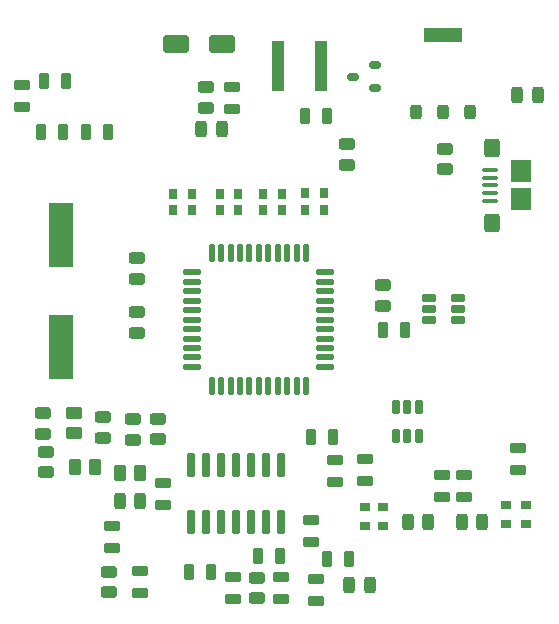
<source format=gtp>
G04*
G04 #@! TF.GenerationSoftware,Altium Limited,Altium Designer,18.1.5 (160)*
G04*
G04 Layer_Color=8421504*
%FSLAX25Y25*%
%MOIN*%
G70*
G01*
G75*
G04:AMPARAMS|DCode=14|XSize=39.76mil|YSize=24.02mil|CornerRadius=5.88mil|HoleSize=0mil|Usage=FLASHONLY|Rotation=0.000|XOffset=0mil|YOffset=0mil|HoleType=Round|Shape=RoundedRectangle|*
%AMROUNDEDRECTD14*
21,1,0.03976,0.01225,0,0,0.0*
21,1,0.02800,0.02402,0,0,0.0*
1,1,0.01177,0.01400,-0.00612*
1,1,0.01177,-0.01400,-0.00612*
1,1,0.01177,-0.01400,0.00612*
1,1,0.01177,0.01400,0.00612*
%
%ADD14ROUNDEDRECTD14*%
G04:AMPARAMS|DCode=15|XSize=49.61mil|YSize=129.92mil|CornerRadius=9.92mil|HoleSize=0mil|Usage=FLASHONLY|Rotation=90.000|XOffset=0mil|YOffset=0mil|HoleType=Round|Shape=RoundedRectangle|*
%AMROUNDEDRECTD15*
21,1,0.04961,0.11008,0,0,90.0*
21,1,0.02976,0.12992,0,0,90.0*
1,1,0.01984,0.05504,0.01488*
1,1,0.01984,0.05504,-0.01488*
1,1,0.01984,-0.05504,-0.01488*
1,1,0.01984,-0.05504,0.01488*
%
%ADD15ROUNDEDRECTD15*%
G04:AMPARAMS|DCode=16|XSize=49.61mil|YSize=38.98mil|CornerRadius=9.94mil|HoleSize=0mil|Usage=FLASHONLY|Rotation=270.000|XOffset=0mil|YOffset=0mil|HoleType=Round|Shape=RoundedRectangle|*
%AMROUNDEDRECTD16*
21,1,0.04961,0.01910,0,0,270.0*
21,1,0.02973,0.03898,0,0,270.0*
1,1,0.01988,-0.00955,-0.01486*
1,1,0.01988,-0.00955,0.01486*
1,1,0.01988,0.00955,0.01486*
1,1,0.01988,0.00955,-0.01486*
%
%ADD16ROUNDEDRECTD16*%
G04:AMPARAMS|DCode=17|XSize=39.37mil|YSize=54.33mil|CornerRadius=9.84mil|HoleSize=0mil|Usage=FLASHONLY|Rotation=180.000|XOffset=0mil|YOffset=0mil|HoleType=Round|Shape=RoundedRectangle|*
%AMROUNDEDRECTD17*
21,1,0.03937,0.03465,0,0,180.0*
21,1,0.01968,0.05433,0,0,180.0*
1,1,0.01968,-0.00984,0.01732*
1,1,0.01968,0.00984,0.01732*
1,1,0.01968,0.00984,-0.01732*
1,1,0.01968,-0.00984,-0.01732*
%
%ADD17ROUNDEDRECTD17*%
%ADD18R,0.07087X0.07480*%
G04:AMPARAMS|DCode=19|XSize=62.99mil|YSize=55.12mil|CornerRadius=13.78mil|HoleSize=0mil|Usage=FLASHONLY|Rotation=90.000|XOffset=0mil|YOffset=0mil|HoleType=Round|Shape=RoundedRectangle|*
%AMROUNDEDRECTD19*
21,1,0.06299,0.02756,0,0,90.0*
21,1,0.03543,0.05512,0,0,90.0*
1,1,0.02756,0.01378,0.01772*
1,1,0.02756,0.01378,-0.01772*
1,1,0.02756,-0.01378,-0.01772*
1,1,0.02756,-0.01378,0.01772*
%
%ADD19ROUNDEDRECTD19*%
%ADD20O,0.05315X0.01575*%
G04:AMPARAMS|DCode=21|XSize=39.37mil|YSize=54.33mil|CornerRadius=9.84mil|HoleSize=0mil|Usage=FLASHONLY|Rotation=90.000|XOffset=0mil|YOffset=0mil|HoleType=Round|Shape=RoundedRectangle|*
%AMROUNDEDRECTD21*
21,1,0.03937,0.03465,0,0,90.0*
21,1,0.01968,0.05433,0,0,90.0*
1,1,0.01968,0.01732,0.00984*
1,1,0.01968,0.01732,-0.00984*
1,1,0.01968,-0.01732,-0.00984*
1,1,0.01968,-0.01732,0.00984*
%
%ADD21ROUNDEDRECTD21*%
G04:AMPARAMS|DCode=22|XSize=34.25mil|YSize=54.33mil|CornerRadius=8.73mil|HoleSize=0mil|Usage=FLASHONLY|Rotation=180.000|XOffset=0mil|YOffset=0mil|HoleType=Round|Shape=RoundedRectangle|*
%AMROUNDEDRECTD22*
21,1,0.03425,0.03686,0,0,180.0*
21,1,0.01678,0.05433,0,0,180.0*
1,1,0.01747,-0.00839,0.01843*
1,1,0.01747,0.00839,0.01843*
1,1,0.01747,0.00839,-0.01843*
1,1,0.01747,-0.00839,-0.01843*
%
%ADD22ROUNDEDRECTD22*%
G04:AMPARAMS|DCode=23|XSize=34.25mil|YSize=54.33mil|CornerRadius=8.73mil|HoleSize=0mil|Usage=FLASHONLY|Rotation=90.000|XOffset=0mil|YOffset=0mil|HoleType=Round|Shape=RoundedRectangle|*
%AMROUNDEDRECTD23*
21,1,0.03425,0.03686,0,0,90.0*
21,1,0.01678,0.05433,0,0,90.0*
1,1,0.01747,0.01843,0.00839*
1,1,0.01747,0.01843,-0.00839*
1,1,0.01747,-0.01843,-0.00839*
1,1,0.01747,-0.01843,0.00839*
%
%ADD23ROUNDEDRECTD23*%
G04:AMPARAMS|DCode=24|XSize=35.83mil|YSize=54.33mil|CornerRadius=9.14mil|HoleSize=0mil|Usage=FLASHONLY|Rotation=90.000|XOffset=0mil|YOffset=0mil|HoleType=Round|Shape=RoundedRectangle|*
%AMROUNDEDRECTD24*
21,1,0.03583,0.03606,0,0,90.0*
21,1,0.01756,0.05433,0,0,90.0*
1,1,0.01827,0.01803,0.00878*
1,1,0.01827,0.01803,-0.00878*
1,1,0.01827,-0.01803,-0.00878*
1,1,0.01827,-0.01803,0.00878*
%
%ADD24ROUNDEDRECTD24*%
G04:AMPARAMS|DCode=25|XSize=40.55mil|YSize=55.91mil|CornerRadius=9.94mil|HoleSize=0mil|Usage=FLASHONLY|Rotation=90.000|XOffset=0mil|YOffset=0mil|HoleType=Round|Shape=RoundedRectangle|*
%AMROUNDEDRECTD25*
21,1,0.04055,0.03604,0,0,90.0*
21,1,0.02068,0.05591,0,0,90.0*
1,1,0.01987,0.01802,0.01034*
1,1,0.01987,0.01802,-0.01034*
1,1,0.01987,-0.01802,-0.01034*
1,1,0.01987,-0.01802,0.01034*
%
%ADD25ROUNDEDRECTD25*%
G04:AMPARAMS|DCode=26|XSize=29.13mil|YSize=36.61mil|CornerRadius=7.43mil|HoleSize=0mil|Usage=FLASHONLY|Rotation=270.000|XOffset=0mil|YOffset=0mil|HoleType=Round|Shape=RoundedRectangle|*
%AMROUNDEDRECTD26*
21,1,0.02913,0.02176,0,0,270.0*
21,1,0.01428,0.03661,0,0,270.0*
1,1,0.01486,-0.01088,-0.00714*
1,1,0.01486,-0.01088,0.00714*
1,1,0.01486,0.01088,0.00714*
1,1,0.01486,0.01088,-0.00714*
%
%ADD26ROUNDEDRECTD26*%
G04:AMPARAMS|DCode=27|XSize=81.5mil|YSize=25.98mil|CornerRadius=6.76mil|HoleSize=0mil|Usage=FLASHONLY|Rotation=90.000|XOffset=0mil|YOffset=0mil|HoleType=Round|Shape=RoundedRectangle|*
%AMROUNDEDRECTD27*
21,1,0.08150,0.01247,0,0,90.0*
21,1,0.06798,0.02598,0,0,90.0*
1,1,0.01351,0.00624,0.03399*
1,1,0.01351,0.00624,-0.03399*
1,1,0.01351,-0.00624,-0.03399*
1,1,0.01351,-0.00624,0.03399*
%
%ADD27ROUNDEDRECTD27*%
G04:AMPARAMS|DCode=28|XSize=85.83mil|YSize=59.45mil|CornerRadius=9.81mil|HoleSize=0mil|Usage=FLASHONLY|Rotation=0.000|XOffset=0mil|YOffset=0mil|HoleType=Round|Shape=RoundedRectangle|*
%AMROUNDEDRECTD28*
21,1,0.08583,0.03983,0,0,0.0*
21,1,0.06621,0.05945,0,0,0.0*
1,1,0.01962,0.03310,-0.01991*
1,1,0.01962,-0.03310,-0.01991*
1,1,0.01962,-0.03310,0.01991*
1,1,0.01962,0.03310,0.01991*
%
%ADD28ROUNDEDRECTD28*%
G04:AMPARAMS|DCode=29|XSize=48.82mil|YSize=24.02mil|CornerRadius=5.88mil|HoleSize=0mil|Usage=FLASHONLY|Rotation=270.000|XOffset=0mil|YOffset=0mil|HoleType=Round|Shape=RoundedRectangle|*
%AMROUNDEDRECTD29*
21,1,0.04882,0.01225,0,0,270.0*
21,1,0.03705,0.02402,0,0,270.0*
1,1,0.01177,-0.00612,-0.01853*
1,1,0.01177,-0.00612,0.01853*
1,1,0.01177,0.00612,0.01853*
1,1,0.01177,0.00612,-0.01853*
%
%ADD29ROUNDEDRECTD29*%
%ADD30R,0.03937X0.16929*%
%ADD31R,0.07874X0.21654*%
G04:AMPARAMS|DCode=32|XSize=40.55mil|YSize=55.91mil|CornerRadius=9.94mil|HoleSize=0mil|Usage=FLASHONLY|Rotation=0.000|XOffset=0mil|YOffset=0mil|HoleType=Round|Shape=RoundedRectangle|*
%AMROUNDEDRECTD32*
21,1,0.04055,0.03604,0,0,0.0*
21,1,0.02068,0.05591,0,0,0.0*
1,1,0.01987,0.01034,-0.01802*
1,1,0.01987,-0.01034,-0.01802*
1,1,0.01987,-0.01034,0.01802*
1,1,0.01987,0.01034,0.01802*
%
%ADD32ROUNDEDRECTD32*%
G04:AMPARAMS|DCode=33|XSize=59.06mil|YSize=22.44mil|CornerRadius=5.5mil|HoleSize=0mil|Usage=FLASHONLY|Rotation=180.000|XOffset=0mil|YOffset=0mil|HoleType=Round|Shape=RoundedRectangle|*
%AMROUNDEDRECTD33*
21,1,0.05906,0.01145,0,0,180.0*
21,1,0.04806,0.02244,0,0,180.0*
1,1,0.01100,-0.02403,0.00572*
1,1,0.01100,0.02403,0.00572*
1,1,0.01100,0.02403,-0.00572*
1,1,0.01100,-0.02403,-0.00572*
%
%ADD33ROUNDEDRECTD33*%
G04:AMPARAMS|DCode=34|XSize=59.06mil|YSize=22.44mil|CornerRadius=5.5mil|HoleSize=0mil|Usage=FLASHONLY|Rotation=90.000|XOffset=0mil|YOffset=0mil|HoleType=Round|Shape=RoundedRectangle|*
%AMROUNDEDRECTD34*
21,1,0.05906,0.01145,0,0,90.0*
21,1,0.04806,0.02244,0,0,90.0*
1,1,0.01100,0.00572,0.02403*
1,1,0.01100,0.00572,-0.02403*
1,1,0.01100,-0.00572,-0.02403*
1,1,0.01100,-0.00572,0.02403*
%
%ADD34ROUNDEDRECTD34*%
G04:AMPARAMS|DCode=35|XSize=48.82mil|YSize=24.02mil|CornerRadius=5.88mil|HoleSize=0mil|Usage=FLASHONLY|Rotation=180.000|XOffset=0mil|YOffset=0mil|HoleType=Round|Shape=RoundedRectangle|*
%AMROUNDEDRECTD35*
21,1,0.04882,0.01225,0,0,180.0*
21,1,0.03705,0.02402,0,0,180.0*
1,1,0.01177,-0.01853,0.00612*
1,1,0.01177,0.01853,0.00612*
1,1,0.01177,0.01853,-0.00612*
1,1,0.01177,-0.01853,-0.00612*
%
%ADD35ROUNDEDRECTD35*%
G04:AMPARAMS|DCode=36|XSize=29.13mil|YSize=36.61mil|CornerRadius=7.43mil|HoleSize=0mil|Usage=FLASHONLY|Rotation=0.000|XOffset=0mil|YOffset=0mil|HoleType=Round|Shape=RoundedRectangle|*
%AMROUNDEDRECTD36*
21,1,0.02913,0.02176,0,0,0.0*
21,1,0.01428,0.03661,0,0,0.0*
1,1,0.01486,0.00714,-0.01088*
1,1,0.01486,-0.00714,-0.01088*
1,1,0.01486,-0.00714,0.01088*
1,1,0.01486,0.00714,0.01088*
%
%ADD36ROUNDEDRECTD36*%
D14*
X626260Y477260D02*
D03*
Y484740D02*
D03*
X618740Y481000D02*
D03*
D15*
X649000Y494874D02*
D03*
D16*
X658016Y469126D02*
D03*
X649000D02*
D03*
X639984D02*
D03*
D17*
X673595Y475000D02*
D03*
X680406D02*
D03*
X661905Y332500D02*
D03*
X655094D02*
D03*
X541094Y339500D02*
D03*
X547905D02*
D03*
X568347Y463500D02*
D03*
X575157D02*
D03*
X643905Y332453D02*
D03*
X637094D02*
D03*
X624405Y311500D02*
D03*
X617594D02*
D03*
D18*
X675000Y449500D02*
D03*
Y440051D02*
D03*
D19*
X665354Y457374D02*
D03*
Y432177D02*
D03*
D20*
X664468Y444776D02*
D03*
Y442216D02*
D03*
Y439657D02*
D03*
Y449894D02*
D03*
Y447335D02*
D03*
D21*
X649661Y456906D02*
D03*
Y450095D02*
D03*
X617000Y458405D02*
D03*
Y451594D02*
D03*
X629000Y411406D02*
D03*
Y404595D02*
D03*
X587000Y307095D02*
D03*
Y313906D02*
D03*
X570000Y470595D02*
D03*
Y477406D02*
D03*
X516500Y355906D02*
D03*
Y349095D02*
D03*
X554000Y360169D02*
D03*
Y366980D02*
D03*
X535500Y360595D02*
D03*
Y367406D02*
D03*
X545500Y360020D02*
D03*
Y366831D02*
D03*
X515500Y368831D02*
D03*
Y362020D02*
D03*
X537500Y315905D02*
D03*
Y309095D02*
D03*
X546888Y420405D02*
D03*
Y413594D02*
D03*
Y402406D02*
D03*
Y395595D02*
D03*
D22*
X602945Y468000D02*
D03*
X610268D02*
D03*
X514839Y462500D02*
D03*
X522161D02*
D03*
X529839D02*
D03*
X537161D02*
D03*
X515839Y479500D02*
D03*
X523161D02*
D03*
X571661Y316000D02*
D03*
X564339D02*
D03*
X594661Y321066D02*
D03*
X587339D02*
D03*
X604839Y361000D02*
D03*
X612161D02*
D03*
X617661Y320114D02*
D03*
X610339D02*
D03*
X628839Y396500D02*
D03*
X636161D02*
D03*
D23*
X578500Y477661D02*
D03*
Y470339D02*
D03*
X555500Y338339D02*
D03*
Y345661D02*
D03*
X538500Y331193D02*
D03*
Y323870D02*
D03*
X547905Y316161D02*
D03*
Y308839D02*
D03*
X579000Y306839D02*
D03*
Y314161D02*
D03*
X595000D02*
D03*
Y306839D02*
D03*
X605000Y333161D02*
D03*
Y325839D02*
D03*
X606500Y313661D02*
D03*
Y306339D02*
D03*
X613000Y345839D02*
D03*
Y353161D02*
D03*
X622925Y346177D02*
D03*
Y353500D02*
D03*
X656000Y340839D02*
D03*
Y348161D02*
D03*
X648685Y340839D02*
D03*
Y348161D02*
D03*
X674000Y357161D02*
D03*
Y349839D02*
D03*
D24*
X508500Y478083D02*
D03*
Y470917D02*
D03*
D25*
X526000Y368945D02*
D03*
Y362095D02*
D03*
D26*
X670000Y331870D02*
D03*
Y338130D02*
D03*
X676500D02*
D03*
Y331870D02*
D03*
X629000Y331370D02*
D03*
Y337630D02*
D03*
X623000D02*
D03*
Y331370D02*
D03*
D27*
X595000Y351547D02*
D03*
X590000D02*
D03*
X585000D02*
D03*
X580000D02*
D03*
X575000D02*
D03*
X570000D02*
D03*
X565000D02*
D03*
Y332453D02*
D03*
X570000D02*
D03*
X575000D02*
D03*
X580000D02*
D03*
X585000D02*
D03*
X590000D02*
D03*
X595000D02*
D03*
D28*
X575079Y492000D02*
D03*
X560000D02*
D03*
D29*
X640740Y361138D02*
D03*
X637000D02*
D03*
X633260D02*
D03*
Y370862D02*
D03*
X637000D02*
D03*
X640740D02*
D03*
D30*
X608087Y484500D02*
D03*
X593913D02*
D03*
D31*
X521500Y390890D02*
D03*
Y428291D02*
D03*
D32*
X547925Y349000D02*
D03*
X541075D02*
D03*
X526075Y351000D02*
D03*
X532925D02*
D03*
D33*
X565335Y384252D02*
D03*
Y387402D02*
D03*
Y390551D02*
D03*
Y393701D02*
D03*
Y396850D02*
D03*
Y400000D02*
D03*
Y403150D02*
D03*
Y406299D02*
D03*
Y409449D02*
D03*
Y412598D02*
D03*
Y415748D02*
D03*
X609665D02*
D03*
Y412598D02*
D03*
Y409449D02*
D03*
Y406299D02*
D03*
Y403150D02*
D03*
Y400000D02*
D03*
Y396850D02*
D03*
Y393701D02*
D03*
Y390551D02*
D03*
Y387402D02*
D03*
Y384252D02*
D03*
D34*
X571752Y422165D02*
D03*
X574902D02*
D03*
X578051D02*
D03*
X581201D02*
D03*
X584350D02*
D03*
X587500D02*
D03*
X590650D02*
D03*
X593799D02*
D03*
X596949D02*
D03*
X600098D02*
D03*
X603248D02*
D03*
Y377835D02*
D03*
X600098D02*
D03*
X596949D02*
D03*
X593799D02*
D03*
X590650D02*
D03*
X587500D02*
D03*
X584350D02*
D03*
X581201D02*
D03*
X578051D02*
D03*
X574902D02*
D03*
X571752D02*
D03*
D35*
X644138Y399760D02*
D03*
Y403500D02*
D03*
Y407240D02*
D03*
X653862D02*
D03*
Y403500D02*
D03*
Y399760D02*
D03*
D36*
X565130Y442000D02*
D03*
X558870D02*
D03*
Y436500D02*
D03*
X565130D02*
D03*
X574370Y442000D02*
D03*
X580630D02*
D03*
Y436500D02*
D03*
X574370D02*
D03*
X588870Y442000D02*
D03*
X595130D02*
D03*
Y436500D02*
D03*
X588870D02*
D03*
X602945Y442158D02*
D03*
X609205D02*
D03*
Y436500D02*
D03*
X602945D02*
D03*
M02*

</source>
